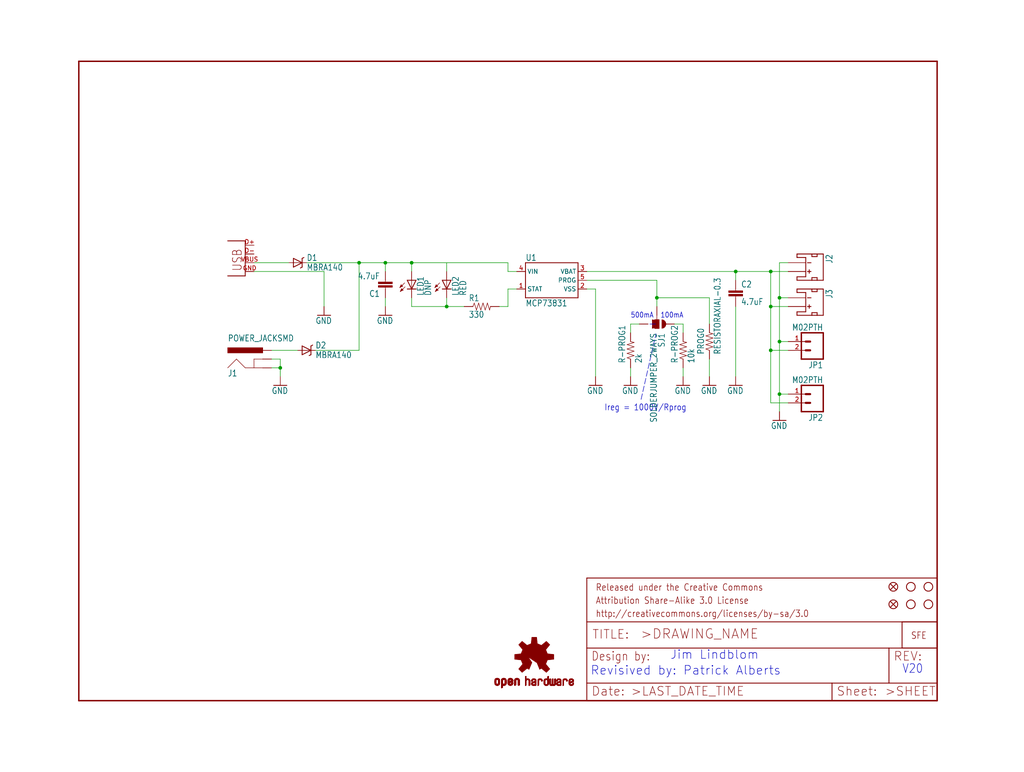
<source format=kicad_sch>
(kicad_sch (version 20211123) (generator eeschema)
  (paper "User" 297.002 223.926)
  (lib_symbols
    (symbol "eagleSchem-eagle-import:10KOHM1{slash}10W1%(0603)0603"
      (property "Reference" "R" (at -3.81 1.4986 0))
      (property "Value" "10KOHM1{slash}10W1%(0603)0603" (at -3.81 -3.302 0))
      (symbol "10KOHM1{slash}10W1%(0603)0603_1_0"
        (pin passive line (at -5.08 0 0) (length 2.54) (name "1") (number "1"))
        (pin passive line (at 5.08 0 180) (length 2.54) (name "2") (number "2"))
      )
    )
    (symbol "eagleSchem-eagle-import:2.0KOHM1{slash}10W5%(0603)"
      (property "Reference" "R" (at -3.81 1.4986 0))
      (property "Value" "2.0KOHM1{slash}10W5%(0603)" (at -3.81 -3.302 0))
      (symbol "2.0KOHM1{slash}10W5%(0603)_1_0"
        (pin passive line (at -5.08 0 0) (length 2.54) (name "1") (number "1"))
        (pin passive line (at 5.08 0 180) (length 2.54) (name "2") (number "2"))
      )
    )
    (symbol "eagleSchem-eagle-import:330OHM1{slash}10W1%(0603)"
      (property "Reference" "R" (at -3.81 1.4986 0))
      (property "Value" "330OHM1{slash}10W1%(0603)" (at -3.81 -3.302 0))
      (symbol "330OHM1{slash}10W1%(0603)_1_0"
        (pin passive line (at -5.08 0 0) (length 2.54) (name "1") (number "1"))
        (pin passive line (at 5.08 0 180) (length 2.54) (name "2") (number "2"))
      )
    )
    (symbol "eagleSchem-eagle-import:4.7UF-6.3V-10%(0603)0603"
      (property "Reference" "C" (at 1.524 2.921 0))
      (property "Value" "4.7UF-6.3V-10%(0603)0603" (at 1.524 -2.159 0))
      (symbol "4.7UF-6.3V-10%(0603)0603_1_0"
        (pin passive line (at 0 5.08 270) (length 2.54) (name "1") (number "1"))
        (pin passive line (at 0 -2.54 90) (length 2.54) (name "2") (number "2"))
      )
    )
    (symbol "eagleSchem-eagle-import:FIDUCIAL1X2")
    (symbol "eagleSchem-eagle-import:FRAME-LETTER"
      (symbol "FRAME-LETTER_2_0"
        (text ">DRAWING_NAME" (at 15.494 17.78 0) (effects (font (size 2.7432 2.7432)) (justify left bottom)))
        (text ">LAST_DATE_TIME" (at 12.7 1.27 0) (effects (font (size 2.54 2.54)) (justify left bottom)))
        (text ">SHEET" (at 86.36 1.27 0) (effects (font (size 2.54 2.54)) (justify left bottom)))
        (text "Attribution Share-Alike 3.0 License" (at 2.54 27.94 0) (effects (font (size 1.9304 1.6408)) (justify left bottom)))
        (text "Date:" (at 1.27 1.27 0) (effects (font (size 2.54 2.54)) (justify left bottom)))
        (text "Design by:" (at 1.27 11.43 0) (effects (font (size 2.54 2.159)) (justify left bottom)))
        (text "http://creativecommons.org/licenses/by-sa/3.0" (at 2.54 24.13 0) (effects (font (size 1.9304 1.6408)) (justify left bottom)))
        (text "Released under the Creative Commons" (at 2.54 31.75 0) (effects (font (size 1.9304 1.6408)) (justify left bottom)))
        (text "REV:" (at 88.9 11.43 0) (effects (font (size 2.54 2.54)) (justify left bottom)))
        (text "Sheet:" (at 72.39 1.27 0) (effects (font (size 2.54 2.54)) (justify left bottom)))
        (text "TITLE:" (at 1.524 17.78 0) (effects (font (size 2.54 2.54)) (justify left bottom)))
      )
    )
    (symbol "eagleSchem-eagle-import:GND" (power)
      (property "Value" "GND" (at -2.54 -2.54 0))
      (symbol "GND_1_0"
        (pin power_in line (at 0 2.54 270) (length 2.54) (name "GND") (number "1"))
      )
    )
    (symbol "eagleSchem-eagle-import:JST_2MM_MALE"
      (property "Reference" "J" (at -2.54 5.842 0))
      (symbol "JST_2MM_MALE_1_0"
        (pin bidirectional line (at 0 -5.08 90) (length 5.08) (name "-") (number "1"))
        (pin bidirectional line (at 2.54 -5.08 90) (length 5.08) (name "+") (number "2"))
        (pin bidirectional line (at -2.54 2.54 90) (length 0) (name "PAD1") (number "NC1"))
        (pin bidirectional line (at 5.08 2.54 90) (length 0) (name "PAD2") (number "NC2"))
      )
    )
    (symbol "eagleSchem-eagle-import:LED-RED0603"
      (property "Reference" "D" (at 3.556 -4.572 90))
      (property "Value" "LED-RED0603" (at 5.715 -4.572 90))
      (symbol "LED-RED0603_1_0"
        (pin passive line (at 0 2.54 270) (length 2.54) (name "A") (number "A"))
        (pin passive line (at 0 -5.08 90) (length 2.54) (name "C") (number "C"))
      )
    )
    (symbol "eagleSchem-eagle-import:LED3MM"
      (property "Reference" "LED" (at 3.556 -4.572 90))
      (property "Value" "LED3MM" (at 5.715 -4.572 90))
      (symbol "LED3MM_1_0"
        (pin passive line (at 0 2.54 270) (length 2.54) (name "A") (number "A"))
        (pin passive line (at 0 -5.08 90) (length 2.54) (name "C") (number "K"))
      )
    )
    (symbol "eagleSchem-eagle-import:LOGO-SFENEW"
      (symbol "LOGO-SFENEW_1_0"
        (text "SFE" (at 0 0 0) (effects (font (size 1.9304 1.6408)) (justify left bottom)))
      )
    )
    (symbol "eagleSchem-eagle-import:M02PTH"
      (property "Reference" "JP" (at -2.54 5.842 0))
      (property "Value" "M02PTH" (at -2.54 -5.08 0))
      (symbol "M02PTH_1_0"
        (pin passive line (at 7.62 0 180) (length 5.08) (name "1") (number "1"))
        (pin passive line (at 7.62 2.54 180) (length 5.08) (name "2") (number "2"))
      )
    )
    (symbol "eagleSchem-eagle-import:MBRA140"
      (property "Reference" "D" (at 2.54 0.4826 0))
      (property "Value" "MBRA140" (at 2.54 -2.3114 0))
      (symbol "MBRA140_1_0"
        (pin passive line (at -2.54 0 0) (length 2.54) (name "A") (number "A"))
        (pin passive line (at 2.54 0 180) (length 2.54) (name "C") (number "C"))
      )
    )
    (symbol "eagleSchem-eagle-import:MCP73831"
      (property "Reference" "U" (at -7.62 5.588 0))
      (property "Value" "MCP73831" (at -7.62 -7.62 0))
      (symbol "MCP73831_1_0"
        (pin output line (at -10.16 -2.54 0) (length 2.54) (name "STAT") (number "1"))
        (pin power_in line (at 10.16 -2.54 180) (length 2.54) (name "VSS") (number "2"))
        (pin power_in line (at 10.16 2.54 180) (length 2.54) (name "VBAT") (number "3"))
        (pin power_in line (at -10.16 2.54 0) (length 2.54) (name "VIN") (number "4"))
        (pin input line (at 10.16 0 180) (length 2.54) (name "PROG") (number "5"))
      )
    )
    (symbol "eagleSchem-eagle-import:OSHW-LOGOS")
    (symbol "eagleSchem-eagle-import:POWER_JACKSMD"
      (property "Reference" "J" (at -10.16 0 0))
      (property "Value" "POWER_JACKSMD" (at -10.16 10.16 0))
      (symbol "POWER_JACKSMD_1_0"
        (pin bidirectional line (at 2.54 5.08 180) (length 2.54) (name "GNDBREAK") (number "GND"))
        (pin bidirectional line (at 2.54 2.54 180) (length 2.54) (name "GND") (number "P$4"))
        (pin bidirectional line (at 2.54 7.62 180) (length 2.54) (name "PWR") (number "VIN0"))
      )
    )
    (symbol "eagleSchem-eagle-import:RESISTORAXIAL-0.3"
      (property "Reference" "R" (at -3.81 1.4986 0))
      (property "Value" "RESISTORAXIAL-0.3" (at -3.81 -3.302 0))
      (symbol "RESISTORAXIAL-0.3_1_0"
        (pin passive line (at -5.08 0 0) (length 2.54) (name "1") (number "P$1"))
        (pin passive line (at 5.08 0 180) (length 2.54) (name "2") (number "P$2"))
      )
    )
    (symbol "eagleSchem-eagle-import:SOLDERJUMPER_2WAYS"
      (property "Reference" "SJ" (at 2.54 0.381 0))
      (property "Value" "SOLDERJUMPER_2WAYS" (at 2.54 -1.905 0))
      (symbol "SOLDERJUMPER_2WAYS_1_0"
        (pin passive line (at 0 5.08 270) (length 2.54) (name "1") (number "1"))
        (pin passive line (at -5.08 0 0) (length 2.54) (name "2") (number "2"))
        (pin passive line (at 0 -5.08 90) (length 2.54) (name "3") (number "3"))
      )
    )
    (symbol "eagleSchem-eagle-import:STAND-OFF")
    (symbol "eagleSchem-eagle-import:USBSMD"
      (symbol "USBSMD_1_0"
        (text "USB" (at 3.81 0 900) (effects (font (size 2.54 2.159)) (justify left bottom)))
        (pin bidirectional line (at -2.54 7.62 0) (length 2.54) (name "D+") (number "D+"))
        (pin bidirectional line (at -2.54 5.08 0) (length 2.54) (name "D-") (number "D-"))
        (pin bidirectional line (at -2.54 0 0) (length 2.54) (name "GND") (number "GND"))
        (pin bidirectional line (at -2.54 2.54 0) (length 2.54) (name "VBUS") (number "VBUS"))
      )
    )
  )
  (junction (at 213.36 78.74))
  (junction (at 226.06 114.3))
  (junction (at 223.52 78.74))
  (junction (at 111.76 76.2))
  (junction (at 119.38 76.2))
  (junction (at 190.5 86.36))
  (junction (at 226.06 86.36))
  (junction (at 104.14 76.2))
  (junction (at 129.54 88.9))
  (junction (at 226.06 99.06))
  (junction (at 81.28 106.68))
  (junction (at 223.52 88.9))
  (junction (at 223.52 101.6))
  (wire (pts (xy 213.36 78.74) (xy 213.36 81.28)))
  (wire (pts (xy 147.32 78.74) (xy 147.32 76.2)))
  (wire (pts (xy 223.52 88.9) (xy 228.6 88.9)))
  (wire (pts (xy 78.74 104.14) (xy 81.28 104.14)))
  (wire (pts (xy 119.38 86.36) (xy 119.38 88.9)))
  (wire (pts (xy 228.6 86.36) (xy 226.06 86.36)))
  (wire (pts (xy 190.5 81.28) (xy 170.18 81.28)))
  (wire (pts (xy 198.12 93.98) (xy 198.12 96.52)))
  (wire (pts (xy 93.98 78.74) (xy 93.98 88.9)))
  (wire (pts (xy 88.9 76.2) (xy 104.14 76.2)))
  (wire (pts (xy 104.14 101.6) (xy 104.14 76.2)))
  (wire (pts (xy 190.5 86.36) (xy 190.5 88.9)))
  (wire (pts (xy 226.06 114.3) (xy 226.06 119.38)))
  (wire (pts (xy 86.36 101.6) (xy 78.74 101.6)))
  (wire (pts (xy 228.6 101.6) (xy 223.52 101.6)))
  (wire (pts (xy 213.36 109.22) (xy 213.36 88.9)))
  (wire (pts (xy 213.36 78.74) (xy 223.52 78.74)))
  (wire (pts (xy 111.76 76.2) (xy 119.38 76.2)))
  (wire (pts (xy 91.44 101.6) (xy 104.14 101.6)))
  (wire (pts (xy 205.74 93.98) (xy 205.74 86.36)))
  (wire (pts (xy 226.06 76.2) (xy 226.06 86.36)))
  (polyline (pts (xy 188.468 93.98) (xy 190.5 93.98)))
  (wire (pts (xy 78.74 106.68) (xy 81.28 106.68)))
  (wire (pts (xy 81.28 106.68) (xy 81.28 109.22)))
  (wire (pts (xy 129.54 76.2) (xy 129.54 78.74)))
  (wire (pts (xy 185.42 93.98) (xy 182.88 93.98)))
  (wire (pts (xy 119.38 88.9) (xy 129.54 88.9)))
  (wire (pts (xy 226.06 86.36) (xy 226.06 99.06)))
  (wire (pts (xy 182.88 109.22) (xy 182.88 106.68)))
  (wire (pts (xy 228.6 114.3) (xy 226.06 114.3)))
  (wire (pts (xy 205.74 104.14) (xy 205.74 109.22)))
  (polyline (pts (xy 185.928 115.824) (xy 190.246 96.774)))
  (wire (pts (xy 147.32 76.2) (xy 129.54 76.2)))
  (wire (pts (xy 149.86 78.74) (xy 147.32 78.74)))
  (wire (pts (xy 205.74 86.36) (xy 190.5 86.36)))
  (wire (pts (xy 170.18 78.74) (xy 213.36 78.74)))
  (wire (pts (xy 134.62 88.9) (xy 129.54 88.9)))
  (wire (pts (xy 111.76 78.74) (xy 111.76 76.2)))
  (wire (pts (xy 223.52 78.74) (xy 228.6 78.74)))
  (wire (pts (xy 172.72 83.82) (xy 172.72 109.22)))
  (wire (pts (xy 81.28 104.14) (xy 81.28 106.68)))
  (wire (pts (xy 149.86 83.82) (xy 147.32 83.82)))
  (wire (pts (xy 170.18 83.82) (xy 172.72 83.82)))
  (wire (pts (xy 190.5 81.28) (xy 190.5 86.36)))
  (wire (pts (xy 228.6 99.06) (xy 226.06 99.06)))
  (wire (pts (xy 73.66 76.2) (xy 83.82 76.2)))
  (wire (pts (xy 195.58 93.98) (xy 198.12 93.98)))
  (wire (pts (xy 223.52 116.84) (xy 223.52 101.6)))
  (wire (pts (xy 119.38 76.2) (xy 129.54 76.2)))
  (wire (pts (xy 223.52 116.84) (xy 228.6 116.84)))
  (wire (pts (xy 226.06 99.06) (xy 226.06 114.3)))
  (wire (pts (xy 228.6 76.2) (xy 226.06 76.2)))
  (wire (pts (xy 147.32 83.82) (xy 147.32 88.9)))
  (wire (pts (xy 104.14 76.2) (xy 111.76 76.2)))
  (wire (pts (xy 223.52 78.74) (xy 223.52 88.9)))
  (wire (pts (xy 182.88 93.98) (xy 182.88 96.52)))
  (wire (pts (xy 129.54 88.9) (xy 129.54 86.36)))
  (wire (pts (xy 119.38 78.74) (xy 119.38 76.2)))
  (wire (pts (xy 223.52 101.6) (xy 223.52 88.9)))
  (wire (pts (xy 198.12 109.22) (xy 198.12 106.68)))
  (wire (pts (xy 73.66 78.74) (xy 93.98 78.74)))
  (wire (pts (xy 147.32 88.9) (xy 144.78 88.9)))
  (wire (pts (xy 111.76 88.9) (xy 111.76 86.36)))
  (text "Jim Lindblom" (at 194.31 191.516 180) (effects (font (size 2.54 2.54)) (justify left bottom)))
  (text "100mA" (at 191.516 92.456 180) (effects (font (size 1.524 1.2954)) (justify left bottom)))
  (text "500mA" (at 182.88 92.456 180) (effects (font (size 1.524 1.2954)) (justify left bottom)))
  (text "Revisived by: Patrick Alberts" (at 171.196 196.088 180) (effects (font (size 2.54 2.54)) (justify left bottom)))
  (text "Ireg = 1000V/Rprog" (at 175.26 119.38 180) (effects (font (size 1.778 1.5113)) (justify left bottom)))
  (text "V20" (at 261.62 195.58 180) (effects (font (size 2.54 2.159)) (justify left bottom)))
  (symbol (lib_id "eagleSchem-eagle-import:MCP73831") (at 160.02 81.28 0) (unit 1)
    (property "Reference" "U1" (at 152.4 75.692 0) (effects (font (size 1.778 1.5113)) (justify left bottom)))
    (property "Value" "MCP73831" (at 152.4 88.9 0) (effects (font (size 1.778 1.5113)) (justify left bottom)))
    (property "Footprint" "eagleSchem:SOT23-5" (effects hide))
  )
  (symbol (lib_id "eagleSchem-eagle-import:4.7UF-6.3V-10%(0603)0603") (at 213.36 86.36 0) (unit 1)
    (property "Reference" "C2" (at 214.884 83.439 0) (effects (font (size 1.778 1.5113)) (justify left bottom)))
    (property "Value" "4.7uF" (at 214.884 88.519 0) (effects (font (size 1.778 1.5113)) (justify left bottom)))
    (property "Footprint" "eagleSchem:0603-CAP" (effects hide))
  )
  (symbol (lib_id "eagleSchem-eagle-import:FIDUCIAL1X2") (at 259.08 170.18 0) (unit 1)
    (property "Reference" "JP12" (effects hide))
    (property "Value" "FIDUCIAL1X2" (effects hide))
    (property "Footprint" "eagleSchem:FIDUCIAL-1X2" (effects hide))
  )
  (symbol (lib_id "eagleSchem-eagle-import:GND") (at 226.06 121.92 0) (unit 1)
    (property "Reference" "#GND7" (effects hide))
    (property "Value" "GND" (at 223.52 124.46 0) (effects (font (size 1.778 1.5113)) (justify left bottom)))
    (property "Footprint" "eagleSchem:" (effects hide))
  )
  (symbol (lib_id "eagleSchem-eagle-import:GND") (at 172.72 111.76 0) (unit 1)
    (property "Reference" "#GND3" (effects hide))
    (property "Value" "GND" (at 170.18 114.3 0) (effects (font (size 1.778 1.5113)) (justify left bottom)))
    (property "Footprint" "eagleSchem:" (effects hide))
  )
  (symbol (lib_id "eagleSchem-eagle-import:STAND-OFF") (at 264.16 175.26 0) (unit 1)
    (property "Reference" "JP9" (effects hide))
    (property "Value" "STAND-OFF" (effects hide))
    (property "Footprint" "eagleSchem:STAND-OFF" (effects hide))
  )
  (symbol (lib_id "eagleSchem-eagle-import:STAND-OFF") (at 264.16 170.18 0) (unit 1)
    (property "Reference" "JP7" (effects hide))
    (property "Value" "STAND-OFF" (effects hide))
    (property "Footprint" "eagleSchem:STAND-OFF" (effects hide))
  )
  (symbol (lib_id "eagleSchem-eagle-import:JST_2MM_MALE") (at 233.68 76.2 270) (unit 1)
    (property "Reference" "J2" (at 239.522 73.66 0) (effects (font (size 1.778 1.5113)) (justify left bottom)))
    (property "Value" "JST_2MM_MALE" (effects hide))
    (property "Footprint" "eagleSchem:JST-2-SMD" (effects hide))
  )
  (symbol (lib_id "eagleSchem-eagle-import:M02PTH") (at 236.22 99.06 180) (unit 1)
    (property "Reference" "JP1" (at 238.76 104.902 0) (effects (font (size 1.778 1.5113)) (justify left bottom)))
    (property "Value" "M02PTH" (at 238.76 93.98 0) (effects (font (size 1.778 1.5113)) (justify left bottom)))
    (property "Footprint" "eagleSchem:1X02" (effects hide))
  )
  (symbol (lib_id "eagleSchem-eagle-import:JST_2MM_MALE") (at 233.68 86.36 270) (unit 1)
    (property "Reference" "J3" (at 239.522 83.82 0) (effects (font (size 1.778 1.5113)) (justify left bottom)))
    (property "Value" "JST_2MM_MALE" (effects hide))
    (property "Footprint" "eagleSchem:JST-2-SMD" (effects hide))
  )
  (symbol (lib_id "eagleSchem-eagle-import:GND") (at 213.36 111.76 0) (unit 1)
    (property "Reference" "#GND4" (effects hide))
    (property "Value" "GND" (at 210.82 114.3 0) (effects (font (size 1.778 1.5113)) (justify left bottom)))
    (property "Footprint" "eagleSchem:" (effects hide))
  )
  (symbol (lib_id "eagleSchem-eagle-import:2.0KOHM1{slash}10W5%(0603)") (at 182.88 101.6 90) (unit 1)
    (property "Reference" "R-PROG1" (at 181.3814 105.41 0) (effects (font (size 1.778 1.5113)) (justify left bottom)))
    (property "Value" "2k" (at 186.182 105.41 0) (effects (font (size 1.778 1.5113)) (justify left bottom)))
    (property "Footprint" "eagleSchem:0603-RES" (effects hide))
  )
  (symbol (lib_id "eagleSchem-eagle-import:GND") (at 93.98 91.44 0) (unit 1)
    (property "Reference" "#GND1" (effects hide))
    (property "Value" "GND" (at 91.44 93.98 0) (effects (font (size 1.778 1.5113)) (justify left bottom)))
    (property "Footprint" "eagleSchem:" (effects hide))
  )
  (symbol (lib_id "eagleSchem-eagle-import:M02PTH") (at 236.22 114.3 180) (unit 1)
    (property "Reference" "JP2" (at 238.76 120.142 0) (effects (font (size 1.778 1.5113)) (justify left bottom)))
    (property "Value" "M02PTH" (at 238.76 109.22 0) (effects (font (size 1.778 1.5113)) (justify left bottom)))
    (property "Footprint" "eagleSchem:1X02" (effects hide))
  )
  (symbol (lib_id "eagleSchem-eagle-import:GND") (at 111.76 91.44 0) (unit 1)
    (property "Reference" "#GND2" (effects hide))
    (property "Value" "GND" (at 109.22 93.98 0) (effects (font (size 1.778 1.5113)) (justify left bottom)))
    (property "Footprint" "eagleSchem:" (effects hide))
  )
  (symbol (lib_id "eagleSchem-eagle-import:GND") (at 182.88 111.76 0) (unit 1)
    (property "Reference" "#GND5" (effects hide))
    (property "Value" "GND" (at 180.34 114.3 0) (effects (font (size 1.778 1.5113)) (justify left bottom)))
    (property "Footprint" "eagleSchem:" (effects hide))
  )
  (symbol (lib_id "eagleSchem-eagle-import:LED3MM") (at 119.38 81.28 0) (unit 1)
    (property "Reference" "LED1" (at 122.936 85.852 90) (effects (font (size 1.778 1.5113)) (justify left bottom)))
    (property "Value" "DNP" (at 125.095 85.852 90) (effects (font (size 1.778 1.5113)) (justify left bottom)))
    (property "Footprint" "eagleSchem:LED3MM" (effects hide))
  )
  (symbol (lib_id "eagleSchem-eagle-import:LED-RED0603") (at 129.54 81.28 0) (unit 1)
    (property "Reference" "LED2" (at 133.096 85.852 90) (effects (font (size 1.778 1.5113)) (justify left bottom)))
    (property "Value" "RED" (at 135.255 85.852 90) (effects (font (size 1.778 1.5113)) (justify left bottom)))
    (property "Footprint" "eagleSchem:LED-0603" (effects hide))
  )
  (symbol (lib_id "eagleSchem-eagle-import:MBRA140") (at 88.9 101.6 0) (unit 1)
    (property "Reference" "D2" (at 91.44 101.1174 0) (effects (font (size 1.778 1.5113)) (justify left bottom)))
    (property "Value" "MBRA140" (at 91.44 103.9114 0) (effects (font (size 1.778 1.5113)) (justify left bottom)))
    (property "Footprint" "eagleSchem:SMA-DIODE" (effects hide))
  )
  (symbol (lib_id "eagleSchem-eagle-import:GND") (at 81.28 111.76 0) (unit 1)
    (property "Reference" "#GND9" (effects hide))
    (property "Value" "GND" (at 78.74 114.3 0) (effects (font (size 1.778 1.5113)) (justify left bottom)))
    (property "Footprint" "eagleSchem:" (effects hide))
  )
  (symbol (lib_id "eagleSchem-eagle-import:STAND-OFF") (at 269.24 175.26 0) (unit 1)
    (property "Reference" "JP10" (effects hide))
    (property "Value" "STAND-OFF" (effects hide))
    (property "Footprint" "eagleSchem:STAND-OFF" (effects hide))
  )
  (symbol (lib_id "eagleSchem-eagle-import:USBSMD") (at 71.12 78.74 0) (mirror y) (unit 1)
    (property "Reference" "X1" (effects hide))
    (property "Value" "USBSMD" (effects hide))
    (property "Footprint" "eagleSchem:USB-MINIB" (effects hide))
  )
  (symbol (lib_id "eagleSchem-eagle-import:LOGO-SFENEW") (at 264.16 185.42 0) (unit 1)
    (property "Reference" "JP11" (effects hide))
    (property "Value" "LOGO-SFENEW" (effects hide))
    (property "Footprint" "eagleSchem:SFE-NEW-WEBLOGO" (effects hide))
  )
  (symbol (lib_id "eagleSchem-eagle-import:FIDUCIAL1X2") (at 259.08 175.26 0) (unit 1)
    (property "Reference" "JP13" (effects hide))
    (property "Value" "FIDUCIAL1X2" (effects hide))
    (property "Footprint" "eagleSchem:FIDUCIAL-1X2" (effects hide))
  )
  (symbol (lib_id "eagleSchem-eagle-import:RESISTORAXIAL-0.3") (at 205.74 99.06 90) (unit 1)
    (property "Reference" "PROG0" (at 204.2414 102.87 0) (effects (font (size 1.778 1.5113)) (justify left bottom)))
    (property "Value" "RESISTORAXIAL-0.3" (at 209.042 102.87 0) (effects (font (size 1.778 1.5113)) (justify left bottom)))
    (property "Footprint" "eagleSchem:AXIAL-0.3" (effects hide))
  )
  (symbol (lib_id "eagleSchem-eagle-import:MBRA140") (at 86.36 76.2 0) (unit 1)
    (property "Reference" "D1" (at 88.9 75.7174 0) (effects (font (size 1.778 1.5113)) (justify left bottom)))
    (property "Value" "MBRA140" (at 88.9 78.5114 0) (effects (font (size 1.778 1.5113)) (justify left bottom)))
    (property "Footprint" "eagleSchem:SMA-DIODE" (effects hide))
  )
  (symbol (lib_id "eagleSchem-eagle-import:SOLDERJUMPER_2WAYS") (at 190.5 93.98 270) (unit 1)
    (property "Reference" "SJ1" (at 190.881 96.52 0) (effects (font (size 1.778 1.5113)) (justify left bottom)))
    (property "Value" "SOLDERJUMPER_2WAYS" (at 188.595 96.52 0) (effects (font (size 1.778 1.5113)) (justify left bottom)))
    (property "Footprint" "eagleSchem:SJ_3" (effects hide))
  )
  (symbol (lib_id "eagleSchem-eagle-import:330OHM1{slash}10W1%(0603)") (at 139.7 88.9 0) (unit 1)
    (property "Reference" "R1" (at 135.89 87.4014 0) (effects (font (size 1.778 1.5113)) (justify left bottom)))
    (property "Value" "330" (at 135.89 92.202 0) (effects (font (size 1.778 1.5113)) (justify left bottom)))
    (property "Footprint" "eagleSchem:0603-RES" (effects hide))
  )
  (symbol (lib_id "eagleSchem-eagle-import:4.7UF-6.3V-10%(0603)0603") (at 111.76 81.28 180) (unit 1)
    (property "Reference" "C1" (at 110.236 84.201 0) (effects (font (size 1.778 1.5113)) (justify left bottom)))
    (property "Value" "4.7uF" (at 110.236 79.121 0) (effects (font (size 1.778 1.5113)) (justify left bottom)))
    (property "Footprint" "eagleSchem:0603-CAP" (effects hide))
  )
  (symbol (lib_id "eagleSchem-eagle-import:FRAME-LETTER") (at 170.18 203.2 0) (unit 2)
    (property "Reference" "FRAME1" (effects hide))
    (property "Value" "FRAME-LETTER" (effects hide))
    (property "Footprint" "eagleSchem:CREATIVE_COMMONS" (effects hide))
  )
  (symbol (lib_id "eagleSchem-eagle-import:GND") (at 198.12 111.76 0) (unit 1)
    (property "Reference" "#GND6" (effects hide))
    (property "Value" "GND" (at 195.58 114.3 0) (effects (font (size 1.778 1.5113)) (justify left bottom)))
    (property "Footprint" "eagleSchem:" (effects hide))
  )
  (symbol (lib_id "eagleSchem-eagle-import:GND") (at 205.74 111.76 0) (unit 1)
    (property "Reference" "#GND8" (effects hide))
    (property "Value" "GND" (at 203.2 114.3 0) (effects (font (size 1.778 1.5113)) (justify left bottom)))
    (property "Footprint" "eagleSchem:" (effects hide))
  )
  (symbol (lib_id "eagleSchem-eagle-import:POWER_JACKSMD") (at 76.2 109.22 0) (unit 1)
    (property "Reference" "J1" (at 66.04 109.22 0) (effects (font (size 1.778 1.5113)) (justify left bottom)))
    (property "Value" "POWER_JACKSMD" (at 66.04 99.06 0) (effects (font (size 1.778 1.5113)) (justify left bottom)))
    (property "Footprint" "eagleSchem:POWER_JACK_SMD" (effects hide))
  )
  (symbol (lib_id "eagleSchem-eagle-import:STAND-OFF") (at 269.24 170.18 0) (unit 1)
    (property "Reference" "JP8" (effects hide))
    (property "Value" "STAND-OFF" (effects hide))
    (property "Footprint" "eagleSchem:STAND-OFF" (effects hide))
  )
  (symbol (lib_id "eagleSchem-eagle-import:10KOHM1{slash}10W1%(0603)0603") (at 198.12 101.6 90) (unit 1)
    (property "Reference" "R-PROG2" (at 196.6214 105.41 0) (effects (font (size 1.778 1.5113)) (justify left bottom)))
    (property "Value" "10k" (at 201.422 105.41 0) (effects (font (size 1.778 1.5113)) (justify left bottom)))
    (property "Footprint" "eagleSchem:0603-RES" (effects hide))
  )
  (symbol (lib_id "eagleSchem-eagle-import:OSHW-LOGOS") (at 154.94 190.5 0) (unit 1)
    (property "Reference" "LOGO1" (effects hide))
    (property "Value" "OSHW-LOGOS" (effects hide))
    (property "Footprint" "eagleSchem:OSHW-LOGO-S" (effects hide))
  )
  (symbol (lib_id "eagleSchem-eagle-import:FRAME-LETTER") (at 22.86 203.2 0) (unit 1)
    (property "Reference" "FRAME1" (effects hide))
    (property "Value" "FRAME-LETTER" (effects hide))
    (property "Footprint" "eagleSchem:CREATIVE_COMMONS" (effects hide))
  )
)
</source>
